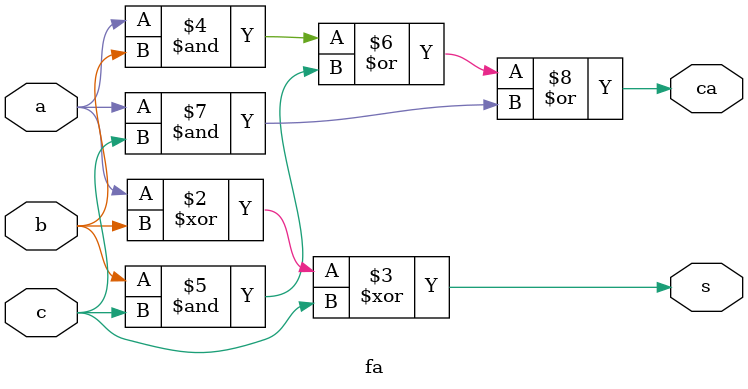
<source format=sv>

module fa(input logic a,b,c,output logic s,ca

    );
    always_comb
    begin
    s=a^b^c; 
    ca=(a&b)|(b&c)|(a&c); 
    end 
endmodule

</source>
